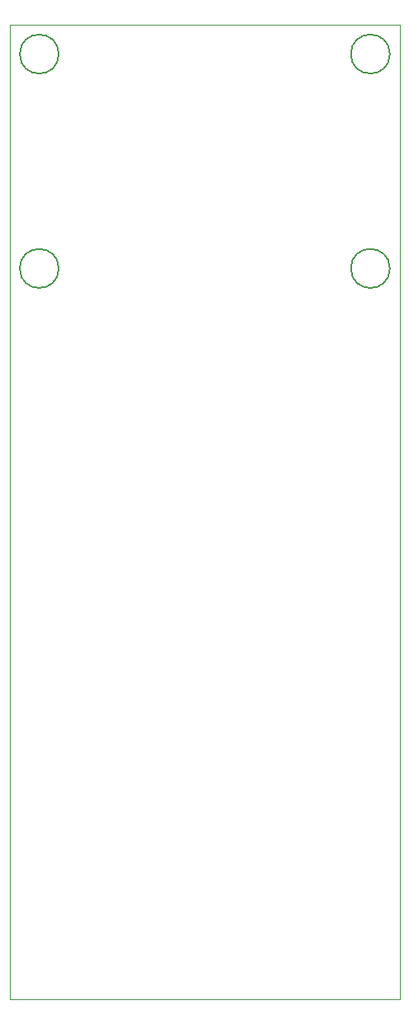
<source format=gbr>
%TF.GenerationSoftware,KiCad,Pcbnew,8.0.7*%
%TF.CreationDate,2025-04-08T15:01:58+09:00*%
%TF.ProjectId,Choc2,43686f63-322e-46b6-9963-61645f706362,rev?*%
%TF.SameCoordinates,Original*%
%TF.FileFunction,Profile,NP*%
%FSLAX46Y46*%
G04 Gerber Fmt 4.6, Leading zero omitted, Abs format (unit mm)*
G04 Created by KiCad (PCBNEW 8.0.7) date 2025-04-08 15:01:58*
%MOMM*%
%LPD*%
G01*
G04 APERTURE LIST*
%TA.AperFunction,Profile*%
%ADD10C,0.050000*%
%TD*%
%TA.AperFunction,Profile*%
%ADD11C,0.200000*%
%TD*%
G04 APERTURE END LIST*
D10*
X90000000Y-150000000D02*
X50000000Y-150000000D01*
X90000000Y-50000000D02*
X90000000Y-150000000D01*
D11*
X89000000Y-75000000D02*
G75*
G02*
X85000000Y-75000000I-2000000J0D01*
G01*
X85000000Y-75000000D02*
G75*
G02*
X89000000Y-75000000I2000000J0D01*
G01*
D10*
X50000000Y-150000000D02*
X50000000Y-50000000D01*
D11*
X55000000Y-53000000D02*
G75*
G02*
X51000000Y-53000000I-2000000J0D01*
G01*
X51000000Y-53000000D02*
G75*
G02*
X55000000Y-53000000I2000000J0D01*
G01*
X55000000Y-75000000D02*
G75*
G02*
X51000000Y-75000000I-2000000J0D01*
G01*
X51000000Y-75000000D02*
G75*
G02*
X55000000Y-75000000I2000000J0D01*
G01*
X89000000Y-53000000D02*
G75*
G02*
X85000000Y-53000000I-2000000J0D01*
G01*
X85000000Y-53000000D02*
G75*
G02*
X89000000Y-53000000I2000000J0D01*
G01*
D10*
X50000000Y-50000000D02*
X90000000Y-50000000D01*
M02*

</source>
